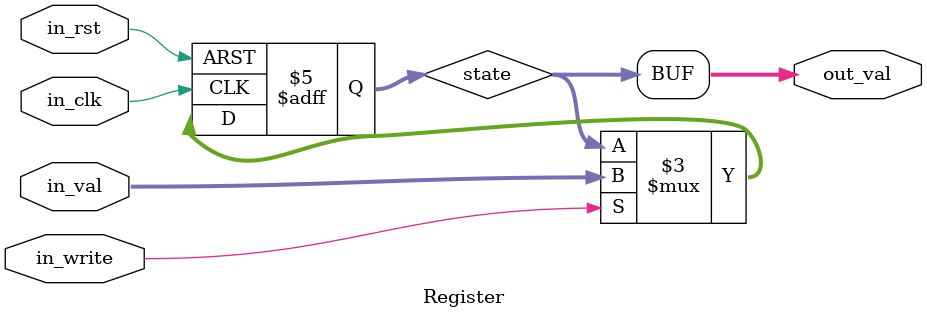
<source format=v>
module Register #(
  parameter SIZE=8
) (
  input             in_rst,
  input             in_clk,
  input  [SIZE-1:0] in_val,
  input             in_write,
  output [SIZE-1:0] out_val
);

reg [SIZE-1:0] state;

always @(posedge in_clk, posedge in_rst) begin
  if (in_rst) begin
    state <= 0;
  end
  else if (in_write) begin
    state <= in_val;
  end
  else begin
    state <= state;
  end
end

assign out_val = state;

endmodule

</source>
